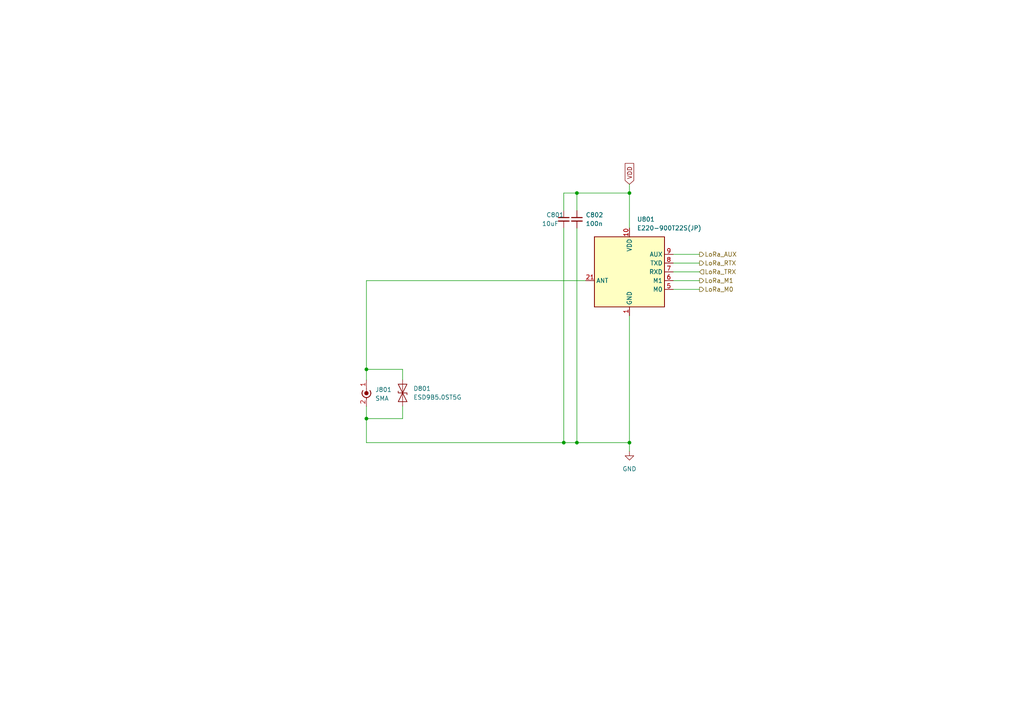
<source format=kicad_sch>
(kicad_sch (version 20250114) (generator "eeschema") (generator_version "9.0")
  (paper "A4")
  (lib_symbols
    (symbol "Connector:Conn_Coaxial_Power" (pin_names (offset 1.016) (hide yes))
      (property "Reference" "J" (at -5.08 -1.27 90))
      (property "Value" "Conn_Coaxial_Power" (at -3.175 -1.27 90))
      (symbol "Conn_Coaxial_Power_0_1"
        (arc (start 1.016 -0.508) (mid 1.2048 -0.8684) (end 1.27 -1.27) (stroke (width 0.254)))
        (polyline (pts (xy 0 0) (xy 0 -1.27)))
        (arc (start 1.27 -1.27) (mid 0 -2.5345) (end -1.27 -1.27) (stroke (width 0.254)))
        (arc (start -1.27 -1.27) (mid -1.2048 -0.8684) (end -1.016 -0.508) (stroke (width 0.254)))
        (circle (center 0 -1.27) (radius 0.508) (stroke (width 0.2032)) (fill (type outline)))
        (polyline (pts (xy 0 -2.54) (xy 0 -3.048)))
      )
      (symbol "Conn_Coaxial_Power_1_1"
        (pin passive line (at 0 2.54 270) (length 2.54) (name "In") (number "1"))
        (pin passive line (at 0 -5.08 90) (length 2.54) (name "Ext") (number "2"))
      )
    )
    (symbol "Device:C_Small" (pin_numbers (hide yes)) (pin_names (offset 0.254) (hide yes))
      (property "Reference" "C" (at 0.254 1.778 0))
      (property "Value" "C_Small" (at 0.254 -2.032 0))
      (symbol "C_Small_0_1"
        (polyline (pts (xy -1.524 0.508) (xy 1.524 0.508)) (stroke (width 0.3048)))
        (polyline (pts (xy -1.524 -0.508) (xy 1.524 -0.508)) (stroke (width 0.3302)))
      )
      (symbol "C_Small_1_1"
        (pin passive line (at 0 2.54 270) (length 2.032) (name "~") (number "1"))
        (pin passive line (at 0 -2.54 90) (length 2.032) (name "~") (number "2"))
      )
    )
    (symbol "Diode:ESD9B5.0ST5G" (pin_numbers (hide yes)) (pin_names (offset 1.016) (hide yes))
      (property "Reference" "D" (at 0 2.54 0))
      (property "Value" "ESD9B5.0ST5G" (at 0 -2.54 0))
      (symbol "ESD9B5.0ST5G_0_1"
        (polyline (pts (xy -2.54 -1.27) (xy 0 0) (xy -2.54 1.27) (xy -2.54 -1.27)) (stroke (width 0.2032)))
        (polyline (pts (xy 0.508 1.27) (xy 0 1.27) (xy 0 -1.27) (xy -0.508 -1.27)) (stroke (width 0.2032)))
        (polyline (pts (xy 1.27 0) (xy -1.27 0)))
        (polyline (pts (xy 2.54 1.27) (xy 2.54 -1.27) (xy 0 0) (xy 2.54 1.27)) (stroke (width 0.2032)))
      )
      (symbol "ESD9B5.0ST5G_1_1"
        (pin passive line (at -3.81 0 0) (length 2.54) (name "A1") (number "1"))
        (pin passive line (at 3.81 0 180) (length 2.54) (name "A2") (number "2"))
      )
    )
    (symbol "RF_Module_additional:E220-900T22S(JP)"
      (property "Reference" "U" (at -8.89 11.43 0))
      (property "Value" "E220-900T22S(JP)" (at 11.43 11.43 0))
      (symbol "E220-900T22S(JP)_0_1"
        (rectangle (start -10.16 10.16) (end 10.16 -10.16) (stroke (width 0.254)) (fill (type background)))
      )
      (symbol "E220-900T22S(JP)_1_1"
        (pin power_in line (at -12.7 -2.54 0) (length 2.54) (name "ANT") (number "21"))
        (pin power_in line (at 0 12.7 270) (length 2.54) (name "VDD") (number "10"))
        (pin power_in line (at 0 -12.7 90) (length 2.54) (name "GND") (number "1"))
        (pin passive line (at 0 -12.7 90) (length 2.54) (hide yes) (name "GND") (number "11"))
        (pin passive line (at 0 -12.7 90) (length 2.54) (hide yes) (name "GND") (number "13"))
        (pin passive line (at 0 -12.7 90) (length 2.54) (hide yes) (name "GND") (number "19"))
        (pin passive line (at 0 -12.7 90) (length 2.54) (hide yes) (name "GND") (number "2"))
        (pin passive line (at 0 -12.7 90) (length 2.54) (hide yes) (name "GND") (number "20"))
        (pin passive line (at 0 -12.7 90) (length 2.54) (hide yes) (name "GND") (number "22"))
        (pin passive line (at 0 -12.7 90) (length 2.54) (hide yes) (name "GND") (number "3"))
        (pin passive line (at 0 -12.7 90) (length 2.54) (hide yes) (name "GND") (number "4"))
        (pin output line (at 12.7 5.08 180) (length 2.54) (name "AUX") (number "9"))
        (pin output line (at 12.7 2.54 180) (length 2.54) (name "TXD") (number "8"))
        (pin input line (at 12.7 0 180) (length 2.54) (name "RXD") (number "7"))
        (pin input line (at 12.7 -2.54 180) (length 2.54) (name "M1") (number "6"))
        (pin input line (at 12.7 -5.08 180) (length 2.54) (name "M0") (number "5"))
      )
    )
    (symbol "power:GND" (power) (pin_names (offset 0))
      (property "Value" "GND" (at 0 -3.81 0))
      (symbol "GND_0_1"
        (polyline (pts (xy 0 0) (xy 0 -1.27) (xy 1.27 -1.27) (xy 0 -2.54) (xy -1.27 -1.27) (xy 0 -1.27)))
      )
      (symbol "GND_1_1"
        (pin power_in line (at 0 0 270) (length 0) (hide yes) (name "GND") (number "1"))
      )
    )
  )
  (junction (at 167.3234 128.3821))
  (junction (at 167.3234 55.9921))
  (junction (at 106.2798 107.1303))
  (junction (at 182.5634 128.3821))
  (junction (at 106.2798 121.4098))
  (junction (at 182.5634 55.9921))
  (junction (at 163.5134 128.3821))
  (wire (pts (xy 167.3234 128.3821) (xy 182.5634 128.3821)))
  (wire (pts (xy 163.5134 128.3821) (xy 167.3234 128.3821)))
  (wire (pts (xy 163.5134 66.1521) (xy 163.5134 128.3821)))
  (wire (pts (xy 116.771 117.7762) (xy 116.771 121.4098)))
  (wire (pts (xy 167.3234 55.9921) (xy 167.3234 61.0721)))
  (wire (pts (xy 163.5134 61.0721) (xy 163.5134 55.9921)))
  (wire (pts (xy 116.771 107.1303) (xy 106.2798 107.1303)))
  (wire (pts (xy 116.771 121.4098) (xy 106.2798 121.4098)))
  (wire (pts (xy 195.2634 78.8521) (xy 202.8834 78.8521)))
  (wire (pts (xy 106.2798 81.3921) (xy 106.2798 107.1303)))
  (wire (pts (xy 116.771 110.1562) (xy 116.771 107.1303)))
  (wire (pts (xy 195.2634 73.7721) (xy 202.8834 73.7721)))
  (wire (pts (xy 106.2798 107.1303) (xy 106.2798 110.23)))
  (wire (pts (xy 195.2634 83.9321) (xy 202.8834 83.9321)))
  (wire (pts (xy 167.3234 66.1521) (xy 167.3234 128.3821)))
  (wire (pts (xy 106.2798 117.85) (xy 106.2798 121.4098)))
  (wire (pts (xy 182.5634 53.4521) (xy 182.5634 55.9921)))
  (wire (pts (xy 182.5634 55.9921) (xy 182.5634 66.1521)))
  (wire (pts (xy 182.5634 91.5521) (xy 182.5634 128.3821)))
  (wire (pts (xy 163.5134 55.9921) (xy 167.3234 55.9921)))
  (wire (pts (xy 202.8834 81.3921) (xy 195.2634 81.3921)))
  (wire (pts (xy 106.2798 128.3821) (xy 163.5134 128.3821)))
  (wire (pts (xy 106.2798 121.4098) (xy 106.2798 128.3821)))
  (wire (pts (xy 106.2798 81.3921) (xy 169.8634 81.3921)))
  (wire (pts (xy 167.3234 55.9921) (xy 182.5634 55.9921)))
  (wire (pts (xy 182.5634 128.3821) (xy 182.5634 130.9221)))
  (wire (pts (xy 202.8834 76.3121) (xy 195.2634 76.3121)))
  (global_label "VDD" (shape input) (at 182.5634 53.4521 90) (property "Intersheetrefs" "${INTERSHEET_REFS}" (effects (hide yes))))
  (hierarchical_label "LoRa_M0" (shape output) (at 202.8834 83.9321 0))
  (hierarchical_label "LoRa_RTX" (shape output) (at 202.8834 76.3121 0))
  (hierarchical_label "LoRa_TRX" (shape input) (at 202.8834 78.8521 0))
  (hierarchical_label "LoRa_M1" (shape output) (at 202.8834 81.3921 0))
  (hierarchical_label "LoRa_AUX" (shape output) (at 202.8834 73.7721 0))
  (symbol (lib_id "Device:C_Small") (at 163.5134 63.6121 0) (unit 1)
    (property "Reference" "C801" (at 158.4334 62.3421 0) (effects (justify left)))
    (property "Value" "10uF" (at 157.1634 64.8821 0) (effects (justify left)))
    (property "Footprint" "Capacitor_SMD:C_0603_1608Metric" (effects (hide yes)))
    (property "LCSC" "C19702" (effects (hide yes)))
  )
  (symbol (lib_id "power:GND") (at 182.5634 130.9221 0) (unit 1)
    (property "Reference" "#PWR0801" (effects (hide yes)))
    (property "Value" "GND" (at 182.5634 136.0021 0))
  )
  (symbol (lib_id "Diode:ESD9B5.0ST5G") (at 116.771 113.9662 90) (unit 1)
    (property "Reference" "D801" (at 119.8777 112.6961 90) (effects (justify right)))
    (property "Value" "ESD9B5.0ST5G" (at 119.8777 115.2361 90) (effects (justify right)))
    (property "Footprint" "Diode_SMD:D_SOD-882" (effects (hide yes)))
    (property "Datasheet" "https://www.onsemi.com/pub/Collateral/ESD9B-D.PDF" (effects (hide yes)))
    (property "Description" "ESD protection diode, 5.0Vrwm, SOD-923" (effects (hide yes)))
    (property "LCSC" "C7420372" (effects (hide yes)))
  )
  (symbol (lib_id "RF_Module_additional:E220-900T22S(JP)") (at 182.5634 78.8521 0) (unit 1)
    (property "Reference" "U801" (at 184.7575 63.6121 0) (effects (justify left)))
    (property "Value" "E220-900T22S(JP)" (at 184.7575 66.1521 0) (effects (justify left)))
    (property "Footprint" "WOBCLibrary:E220-900T22S(JP)" (effects (hide yes)))
    (property "Datasheet" "https://dragon-torch.tech/wp-content/uploads/2023/05/data_sheet_Rev1.4.pdf" (effects (hide yes)))
  )
  (symbol (lib_id "Device:C_Small") (at 167.3234 63.6121 0) (unit 1)
    (property "Reference" "C802" (at 169.8634 62.3484 0) (effects (justify left)))
    (property "Value" "100n" (at 169.8634 64.8821 0) (effects (justify left)))
    (property "Footprint" "Capacitor_SMD:C_0402_1005Metric" (effects (hide yes)))
    (property "LCSC" "C1525" (effects (hide yes)))
  )
  (symbol (lib_id "Connector:Conn_Coaxial_Power") (at 106.2798 112.77 0) (unit 1)
    (property "Reference" "J801" (at 108.8198 113.024 0) (effects (justify left)))
    (property "Value" "SMA" (at 108.8198 115.564 0) (effects (justify left)))
    (property "Footprint" "Connector_Coaxial:SMA_Amphenol_132203-12_Horizontal" (effects (hide yes)))
    (property "LCSC" "C2693813" (effects (hide yes)))
  )
)
</source>
